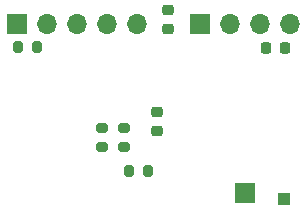
<source format=gbr>
%TF.GenerationSoftware,KiCad,Pcbnew,8.0.1*%
%TF.CreationDate,2025-01-27T15:49:22-05:00*%
%TF.ProjectId,PHY,5048592e-6b69-4636-9164-5f7063625858,rev?*%
%TF.SameCoordinates,Original*%
%TF.FileFunction,Soldermask,Bot*%
%TF.FilePolarity,Negative*%
%FSLAX46Y46*%
G04 Gerber Fmt 4.6, Leading zero omitted, Abs format (unit mm)*
G04 Created by KiCad (PCBNEW 8.0.1) date 2025-01-27 15:49:22*
%MOMM*%
%LPD*%
G01*
G04 APERTURE LIST*
G04 Aperture macros list*
%AMRoundRect*
0 Rectangle with rounded corners*
0 $1 Rounding radius*
0 $2 $3 $4 $5 $6 $7 $8 $9 X,Y pos of 4 corners*
0 Add a 4 corners polygon primitive as box body*
4,1,4,$2,$3,$4,$5,$6,$7,$8,$9,$2,$3,0*
0 Add four circle primitives for the rounded corners*
1,1,$1+$1,$2,$3*
1,1,$1+$1,$4,$5*
1,1,$1+$1,$6,$7*
1,1,$1+$1,$8,$9*
0 Add four rect primitives between the rounded corners*
20,1,$1+$1,$2,$3,$4,$5,0*
20,1,$1+$1,$4,$5,$6,$7,0*
20,1,$1+$1,$6,$7,$8,$9,0*
20,1,$1+$1,$8,$9,$2,$3,0*%
G04 Aperture macros list end*
%ADD10R,1.000000X1.000000*%
%ADD11R,1.700000X1.700000*%
%ADD12RoundRect,0.225000X0.225000X0.250000X-0.225000X0.250000X-0.225000X-0.250000X0.225000X-0.250000X0*%
%ADD13RoundRect,0.225000X-0.250000X0.225000X-0.250000X-0.225000X0.250000X-0.225000X0.250000X0.225000X0*%
%ADD14RoundRect,0.225000X0.250000X-0.225000X0.250000X0.225000X-0.250000X0.225000X-0.250000X-0.225000X0*%
%ADD15O,1.700000X1.700000*%
%ADD16RoundRect,0.200000X-0.275000X0.200000X-0.275000X-0.200000X0.275000X-0.200000X0.275000X0.200000X0*%
%ADD17RoundRect,0.200000X-0.200000X-0.275000X0.200000X-0.275000X0.200000X0.275000X-0.200000X0.275000X0*%
G04 APERTURE END LIST*
D10*
%TO.C,J3*%
X162400000Y-91600000D03*
%TD*%
D11*
%TO.C,J4*%
X159100000Y-91100000D03*
%TD*%
D12*
%TO.C,C3*%
X162475000Y-78800000D03*
X160925000Y-78800000D03*
%TD*%
D13*
%TO.C,C2*%
X152600000Y-75625000D03*
X152600000Y-77175000D03*
%TD*%
D14*
%TO.C,C1*%
X151700000Y-85800000D03*
X151700000Y-84250000D03*
%TD*%
D11*
%TO.C,U3*%
X155340000Y-76800000D03*
D15*
X157880000Y-76800000D03*
X160420000Y-76800000D03*
X162960000Y-76800000D03*
%TD*%
D11*
%TO.C,J2*%
X139840000Y-76800000D03*
D15*
X142380000Y-76800000D03*
X144920000Y-76800000D03*
X147460000Y-76800000D03*
X150000000Y-76800000D03*
%TD*%
D16*
%TO.C,R4*%
X147000000Y-87225000D03*
X147000000Y-85575000D03*
%TD*%
D17*
%TO.C,R3*%
X139875000Y-78700000D03*
X141525000Y-78700000D03*
%TD*%
%TO.C,R2*%
X149275000Y-89200000D03*
X150925000Y-89200000D03*
%TD*%
D16*
%TO.C,R1*%
X148900000Y-85575000D03*
X148900000Y-87225000D03*
%TD*%
M02*

</source>
